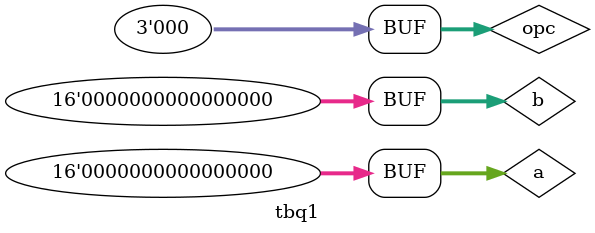
<source format=sv>
`timescale 1ns/1ns

module tbq1();
    logic [15:0] a,b;
    logic cin;
    logic [2:0] opc = 3'b0;
    wire [15:0] w;
    wire zer, neg;

    q1 my_ALU (.w(w), .zer(zer), .neg(neg), .opc(opc), .ina(a), .inb(b), .inc(cin));

    initial {a, b, cin} = $random;
    initial repeat (20) #100 {a, b, cin} = $random;
    initial repeat (20) #50 opc = opc + 3'b001;

endmodule
</source>
